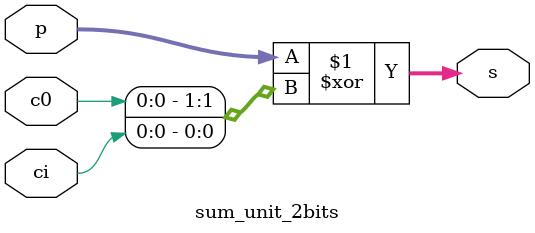
<source format=v>
module sum_unit_2bits (p, c0, ci, s);

input [1:0] p;
input ci;
input c0;
output [1:0] s;

assign s = p ^ {c0, ci};

endmodule

</source>
